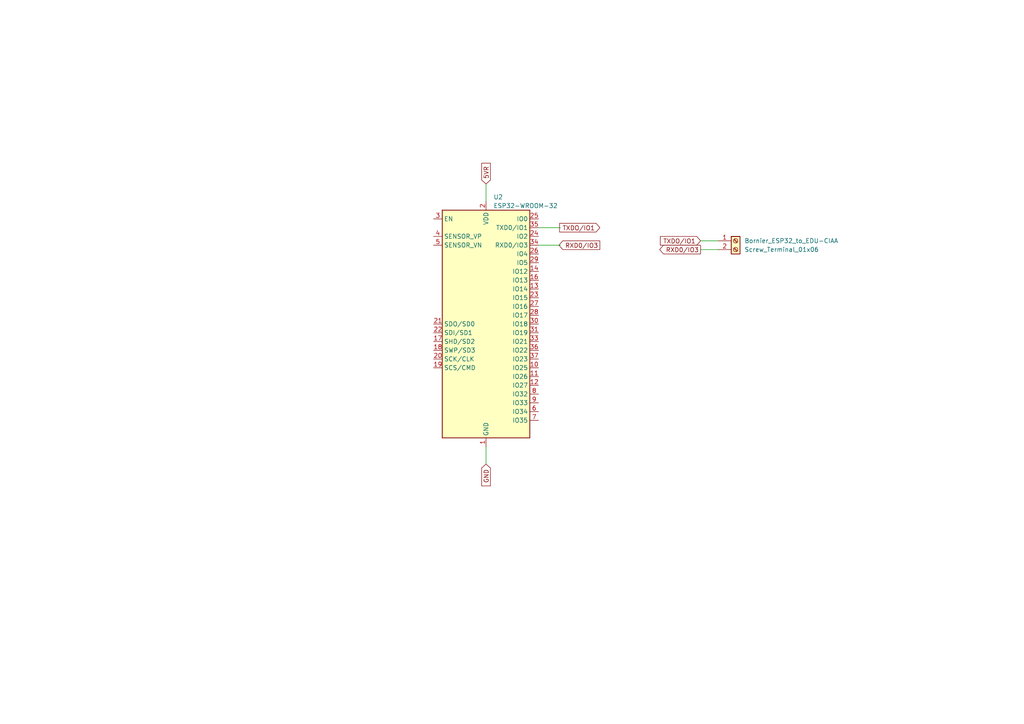
<source format=kicad_sch>
(kicad_sch (version 20250114) (generator "eeschema") (generator_version "9.0")
  (paper "A4")
  (title_block (title "Diseño esquematico Garra") (date "25/09/2025"))
  (lib_symbols
    (symbol "Connector:Screw_Terminal_01x02" (pin_names (offset 1.016) (hide yes))
      (property "Reference" "J" (at 0 2.54 0))
      (property "Value" "Screw_Terminal_01x02" (at 0 -5.08 0))
      (symbol "Screw_Terminal_01x02_1_1"
        (rectangle (start -1.27 1.27) (end 1.27 -3.81) (stroke (width 0.254)) (fill (type background)))
        (polyline (pts (xy -0.5334 0.3302) (xy 0.3302 -0.508)) (stroke (width 0.1524)))
        (polyline (pts (xy -0.5334 -2.2098) (xy 0.3302 -3.048)) (stroke (width 0.1524)))
        (polyline (pts (xy -0.3556 0.508) (xy 0.508 -0.3302)) (stroke (width 0.1524)))
        (polyline (pts (xy -0.3556 -2.032) (xy 0.508 -2.8702)) (stroke (width 0.1524)))
        (circle (center 0 0) (radius 0.635) (stroke (width 0.1524)))
        (circle (center 0 -2.54) (radius 0.635) (stroke (width 0.1524)))
        (pin passive line (at -5.08 0 0) (length 3.81) (name "Pin_1") (number "1"))
        (pin passive line (at -5.08 -2.54 0) (length 3.81) (name "Pin_2") (number "2"))
      )
    )
    (symbol "RF_Module:ESP32-WROOM-32"
      (property "Reference" "U" (at -12.7 34.29 0))
      (property "Value" "ESP32-WROOM-32" (at 1.27 34.29 0))
      (symbol "ESP32-WROOM-32_0_1"
        (rectangle (start -12.7 33.02) (end 12.7 -33.02) (stroke (width 0.254)) (fill (type background)))
      )
      (symbol "ESP32-WROOM-32_1_1"
        (pin input line (at -15.24 30.48 0) (length 2.54) (name "EN") (number "3"))
        (pin input line (at -15.24 25.4 0) (length 2.54) (name "SENSOR_VP") (number "4"))
        (pin input line (at -15.24 22.86 0) (length 2.54) (name "SENSOR_VN") (number "5"))
        (pin bidirectional line (at -15.24 0 0) (length 2.54) (name "SDO/SD0") (number "21"))
        (pin bidirectional line (at -15.24 -2.54 0) (length 2.54) (name "SDI/SD1") (number "22"))
        (pin bidirectional line (at -15.24 -5.08 0) (length 2.54) (name "SHD/SD2") (number "17"))
        (pin bidirectional line (at -15.24 -7.62 0) (length 2.54) (name "SWP/SD3") (number "18"))
        (pin bidirectional line (at -15.24 -10.16 0) (length 2.54) (name "SCK/CLK") (number "20"))
        (pin bidirectional line (at -15.24 -12.7 0) (length 2.54) (name "SCS/CMD") (number "19"))
        (pin no_connect line (at -12.7 -27.94 0) (length 2.54) (hide yes) (name "NC") (number "32"))
        (pin power_in line (at 0 35.56 270) (length 2.54) (name "VDD") (number "2"))
        (pin power_in line (at 0 -35.56 90) (length 2.54) (name "GND") (number "1"))
        (pin passive line (at 0 -35.56 90) (length 2.54) (hide yes) (name "GND") (number "15"))
        (pin passive line (at 0 -35.56 90) (length 2.54) (hide yes) (name "GND") (number "38"))
        (pin passive line (at 0 -35.56 90) (length 2.54) (hide yes) (name "GND") (number "39"))
        (pin bidirectional line (at 15.24 30.48 180) (length 2.54) (name "IO0") (number "25"))
        (pin bidirectional line (at 15.24 27.94 180) (length 2.54) (name "TXD0/IO1") (number "35"))
        (pin bidirectional line (at 15.24 25.4 180) (length 2.54) (name "IO2") (number "24"))
        (pin bidirectional line (at 15.24 22.86 180) (length 2.54) (name "RXD0/IO3") (number "34"))
        (pin bidirectional line (at 15.24 20.32 180) (length 2.54) (name "IO4") (number "26"))
        (pin bidirectional line (at 15.24 17.78 180) (length 2.54) (name "IO5") (number "29"))
        (pin bidirectional line (at 15.24 15.24 180) (length 2.54) (name "IO12") (number "14"))
        (pin bidirectional line (at 15.24 12.7 180) (length 2.54) (name "IO13") (number "16"))
        (pin bidirectional line (at 15.24 10.16 180) (length 2.54) (name "IO14") (number "13"))
        (pin bidirectional line (at 15.24 7.62 180) (length 2.54) (name "IO15") (number "23"))
        (pin bidirectional line (at 15.24 5.08 180) (length 2.54) (name "IO16") (number "27"))
        (pin bidirectional line (at 15.24 2.54 180) (length 2.54) (name "IO17") (number "28"))
        (pin bidirectional line (at 15.24 0 180) (length 2.54) (name "IO18") (number "30"))
        (pin bidirectional line (at 15.24 -2.54 180) (length 2.54) (name "IO19") (number "31"))
        (pin bidirectional line (at 15.24 -5.08 180) (length 2.54) (name "IO21") (number "33"))
        (pin bidirectional line (at 15.24 -7.62 180) (length 2.54) (name "IO22") (number "36"))
        (pin bidirectional line (at 15.24 -10.16 180) (length 2.54) (name "IO23") (number "37"))
        (pin bidirectional line (at 15.24 -12.7 180) (length 2.54) (name "IO25") (number "10"))
        (pin bidirectional line (at 15.24 -15.24 180) (length 2.54) (name "IO26") (number "11"))
        (pin bidirectional line (at 15.24 -17.78 180) (length 2.54) (name "IO27") (number "12"))
        (pin bidirectional line (at 15.24 -20.32 180) (length 2.54) (name "IO32") (number "8"))
        (pin bidirectional line (at 15.24 -22.86 180) (length 2.54) (name "IO33") (number "9"))
        (pin input line (at 15.24 -25.4 180) (length 2.54) (name "IO34") (number "6"))
        (pin input line (at 15.24 -27.94 180) (length 2.54) (name "IO35") (number "7"))
      )
    )
  )
  (wire (pts (xy 203.2 69.85) (xy 208.28 69.85)))
  (wire (pts (xy 140.97 53.34) (xy 140.97 58.42)))
  (wire (pts (xy 203.2 72.39) (xy 208.28 72.39)))
  (wire (pts (xy 156.21 71.12) (xy 162.56 71.12)))
  (wire (pts (xy 156.21 66.04) (xy 162.56 66.04)))
  (wire (pts (xy 140.97 134.62) (xy 140.97 129.54)))
  (global_label "RXD0{slash}IO3" (shape output) (at 173.99 71.12 180) (property "Intersheetrefs" "${INTERSHEET_REFS}" (effects (hide yes))))
  (global_label "RXD0{slash}IO3" (shape output) (at 203.2 72.39 180) (property "Intersheetrefs" "${INTERSHEET_REFS}" (effects (hide yes))))
  (global_label "TXDO{slash}IO1" (shape input) (at 203.2 69.85 180) (property "Intersheetrefs" "${INTERSHEET_REFS}" (effects (hide yes))))
  (global_label "5VR" (shape input) (at 140.97 53.34 90) (property "Intersheetrefs" "${INTERSHEET_REFS}" (effects (hide yes))))
  (global_label "GND" (shape input) (at 140.97 134.62 270) (property "Intersheetrefs" "${INTERSHEET_REFS}" (effects (hide yes))))
  (global_label "TXDO{slash}IO1" (shape input) (at 173.99 66.04 180) (property "Intersheetrefs" "${INTERSHEET_REFS}" (effects (hide yes))))
  (symbol (lib_id "RF_Module:ESP32-WROOM-32") (at 140.97 93.98 0) (unit 1)
    (property "Reference" "U2" (at 143.1133 57.15 0) (effects (justify left)))
    (property "Value" "ESP32-WROOM-32" (at 143.1133 59.69 0) (effects (justify left)))
    (property "Footprint" "RF_Module:ESP32-WROOM-32" (effects (hide yes)))
    (property "Datasheet" "https://www.espressif.com/sites/default/files/documentation/esp32-wroom-32_datasheet_en.pdf" (effects (hide yes)))
    (property "Description" "RF Module, ESP32-D0WDQ6 SoC, Wi-Fi 802.11b/g/n, Bluetooth, BLE, 32-bit, 2.7-3.6V, onboard antenna, SMD" (effects (hide yes)))
  )
  (symbol (lib_id "Connector:Screw_Terminal_01x02") (at 213.36 69.85 0) (unit 1)
    (property "Reference" "Bornier_ESP32_to_EDU-CIAA" (at 215.9 69.8499 0) (effects (justify left)))
    (property "Value" "Screw_Terminal_01x06" (at 215.9 72.3899 0) (effects (justify left)))
    (property "Footprint" "ProyectoTdL:TerminalBlock_bornier-2_P5.08mm" (effects (hide yes)))
    (property "Description" "Generic screw terminal, single row, 01x02, script generated (kicad-library-utils/schlib/autogen/connector/)" (effects (hide yes)))
  )
)
</source>
